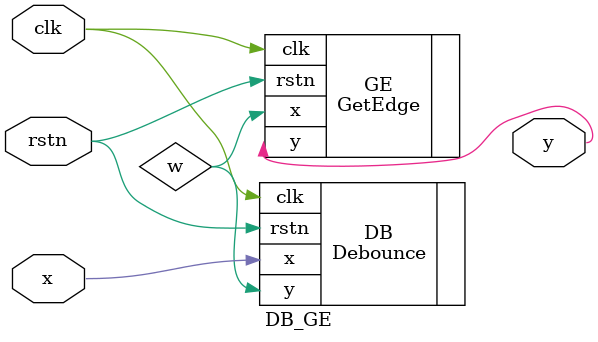
<source format=v>
`timescale 1ns / 1ps


module DB_GE(//先去抖动再取边沿
    input x, rstn, clk,
    output y
    );
    wire w;
    Debounce DB(
        .x (x),
        .clk (clk),
        .rstn (rstn),
        .y (w)
    );
    GetEdge GE(
        .x (w),
        .clk (clk),
        .rstn (rstn),
        .y (y)
    );
endmodule

</source>
